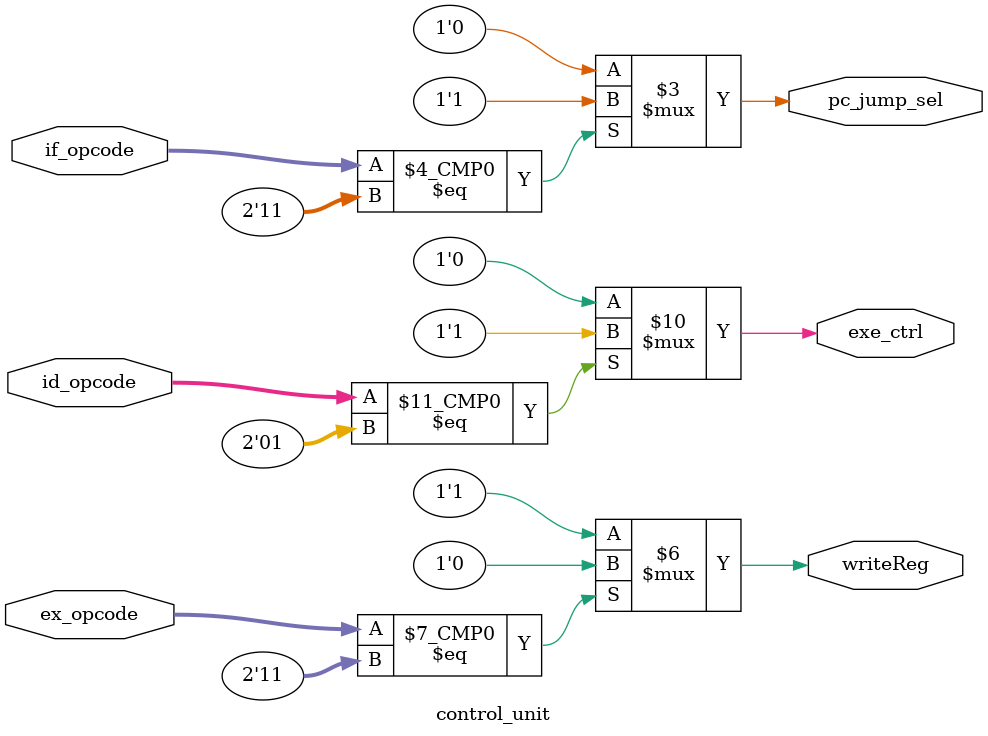
<source format=v>
`timescale 1ns / 1ps

module control_unit(
		input [1:0] if_opcode,
		input [1:0] id_opcode,
		input [1:0] ex_opcode,
		output reg writeReg,
		output reg exe_ctrl,
		output reg pc_jump_sel
    );
	 
	 always @ (*)
	 begin
		case(id_opcode)
			2'b00: 
			begin
			exe_ctrl = 0;
			end
			2'b01: 
			begin
			exe_ctrl = 1;
			end
			2'b11: 
			begin
			exe_ctrl = 0;
			end
			default:
			begin
			exe_ctrl = 0;
			end
		endcase
		case(ex_opcode)
			2'b00: 
			begin
			writeReg = 1;
			end
			2'b01: 
			begin
			writeReg = 1;
			end
			2'b11: 
			begin
			writeReg = 0;
			end
			default:
			begin
			writeReg = 1;
			end
		endcase
		case(if_opcode)
			2'b00: 
			begin
			pc_jump_sel = 0;
			end
			2'b01: 
			begin
			pc_jump_sel = 0;
			end
			2'b11: 
			begin
			pc_jump_sel = 1;
			end
			default:
			begin
			pc_jump_sel = 0;
			end
		endcase
		
	 end


endmodule

</source>
